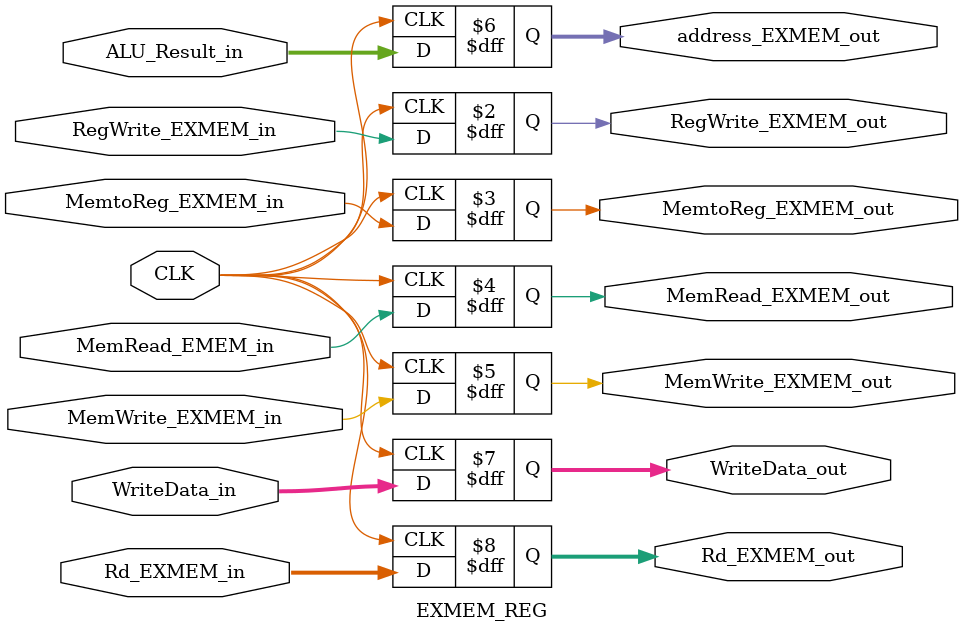
<source format=v>
module EXMEM_REG(CLK , RegWrite_EXMEM_in , MemtoReg_EXMEM_in , MemRead_EMEM_in ,MemWrite_EXMEM_in , ALU_Result_in , WriteData_in , Rd_EXMEM_in ,
                  RegWrite_EXMEM_out , MemtoReg_EXMEM_out , MemRead_EXMEM_out ,MemWrite_EXMEM_out , address_EXMEM_out  , WriteData_out , Rd_EXMEM_out );

/* Inputs to EXMEM Reg */ 
input wire CLK ; 
input wire RegWrite_EXMEM_in , MemtoReg_EXMEM_in , MemRead_EMEM_in ,MemWrite_EXMEM_in ; 
input wire [31:0] ALU_Result_in , WriteData_in ; 
input wire [4:0] Rd_EXMEM_in ; 

/* Outout of EXMEM Reg */ 
output reg RegWrite_EXMEM_out , MemtoReg_EXMEM_out , MemRead_EXMEM_out ,MemWrite_EXMEM_out  ; 
output reg [31:0] address_EXMEM_out  , WriteData_out ; 
output reg [4:0]  Rd_EXMEM_out ;


always @ (posedge CLK)
begin 
RegWrite_EXMEM_out <= RegWrite_EXMEM_in ; 
MemtoReg_EXMEM_out <= MemtoReg_EXMEM_in ; 
MemRead_EXMEM_out  <= MemRead_EMEM_in   ; 
MemWrite_EXMEM_out <= MemWrite_EXMEM_in ; 
address_EXMEM_out  <= ALU_Result_in     ; 
WriteData_out      <= WriteData_in      ;
Rd_EXMEM_out       <= Rd_EXMEM_in       ; 

end 
endmodule 

</source>
